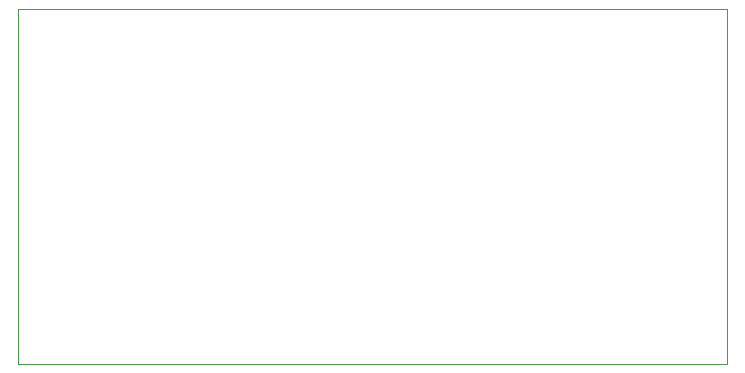
<source format=gbr>
G04 (created by PCBNEW (2013-07-07 BZR 4022)-stable) date 06/11/2013 18:13:25*
%MOIN*%
G04 Gerber Fmt 3.4, Leading zero omitted, Abs format*
%FSLAX34Y34*%
G01*
G70*
G90*
G04 APERTURE LIST*
%ADD10C,0.00590551*%
%ADD11C,0.00393701*%
G04 APERTURE END LIST*
G54D10*
G54D11*
X60866Y-44655D02*
X37244Y-44655D01*
X60866Y-32844D02*
X60866Y-44655D01*
X37244Y-32844D02*
X60866Y-32844D01*
X37244Y-44655D02*
X37244Y-32844D01*
M02*

</source>
